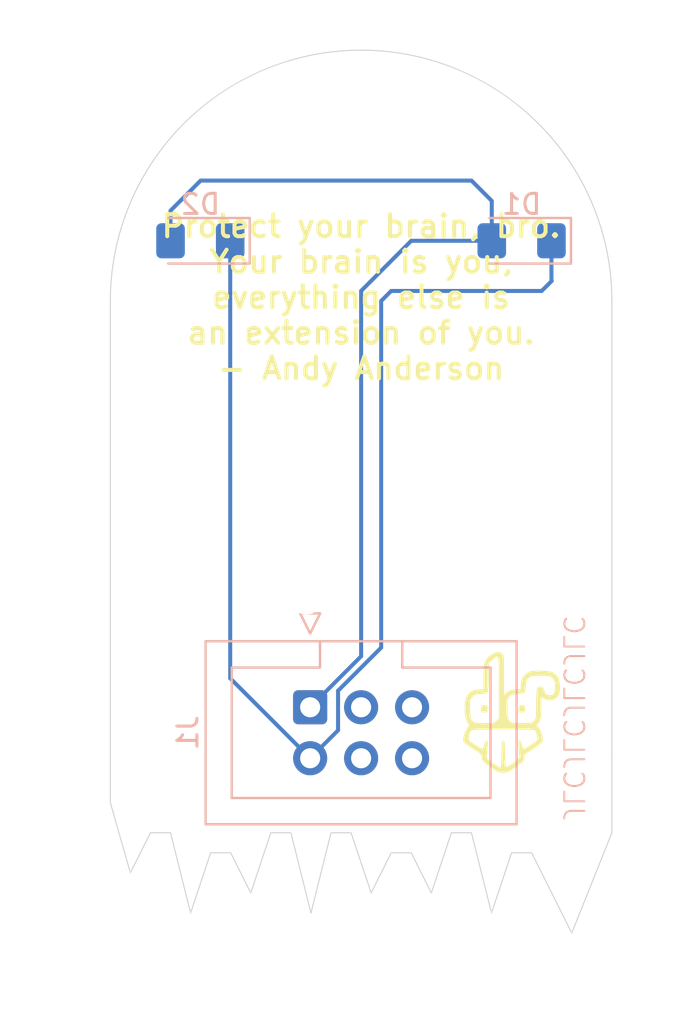
<source format=kicad_pcb>
(kicad_pcb (version 20240108) (generator "pcbnew") (generator_version "8.0")
  (layers (0 "F.Cu" signal) (31 "B.Cu" signal) (34 "B.Paste" user) (35 "F.Paste" user) (36 "B.SilkS" user "B.Silkscreen") (37 "F.SilkS" user "F.Silkscreen") (38 "B.Mask" user) (39 "F.Mask" user) (44 "Edge.Cuts" user))
  (net 0 "")
  (net 5 "GND")
  (net 6 "VCC")
  (footprint "davedarko:davedarko_logo_silk_outline" (layer "F.Cu") (at 20 33)
    (property "Reference" "Ref**" (hide yes))
    (property "Value" "Val**" (hide yes))
    (fp_poly (pts (xy 0.601261 -0.354649) (xy 0.646236 -0.323337) (xy 0.664104 -0.242256) (xy 0.669184 -0.179917) (xy 0.682201 0) (xy 0.333798 0) (xy 0.346816 -0.179917) (xy 0.359246 -0.292707) (xy 0.388785 -0.344569) (xy 0.456612 -0.359142) (xy 0.508 -0.359833) (xy 0.601261 -0.354649)) (stroke (width 0.01)) (fill solid) (layer "F.SilkS"))
    (fp_poly (pts (xy -1.225178 -0.332348) (xy -1.156659 -0.252074) (xy -1.156377 -0.122284) (xy -1.15874 -0.112386) (xy -1.188279 -0.039258) (xy -1.246032 -0.007096) (xy -1.357907 0) (xy -1.528868 0) (xy -1.515851 -0.179917) (xy -1.5033 -0.292747) (xy -1.473815 -0.344621) (xy -1.40683 -0.359168) (xy -1.359281 -0.359833) (xy -1.225178 -0.332348)) (stroke (width 0.01)) (fill solid) (layer "F.SilkS"))
    (fp_poly (pts (xy -0.475086 -2.939766) (xy -0.445363 -2.916631) (xy -0.422667 -2.88707) (xy -0.406052 -2.840351) (xy -0.394569 -2.765739) (xy -0.387271 -2.652501) (xy -0.38321 -2.489903) (xy -0.381439 -2.267211) (xy -0.381009 -1.973692) (xy -0.381 -1.874054) (xy -0.381 -0.874242) (xy -0.28575 -0.960997) (xy -0.145494 -1.067104) (xy 0.001808 -1.123629) (xy 0.190337 -1.142633) (xy 0.23005 -1.143) (xy 0.465667 -1.143) (xy 0.465667 -1.356353) (xy 0.498547 -1.609061) (xy 0.595652 -1.810391) (xy 0.754683 -1.956317) (xy 0.831739 -1.996788) (xy 0.931201 -2.034914) (xy 1.035305 -2.058471) (xy 1.165749 -2.069737) (xy 1.344234 -2.070991) (xy 1.503448 -2.067306) (xy 1.746902 -2.055877) (xy 1.924691 -2.03342) (xy 2.055732 -1.992724) (xy 2.158939 -1.926575) (xy 2.253228 -1.827761) (xy 2.304367 -1.761943) (xy 2.361332 -1.636446) (xy 2.398118 -1.457813) (xy 2.413149 -1.255507) (xy 2.404846 -1.05899) (xy 2.371634 -0.897724) (xy 2.352992 -0.853419) (xy 2.234215 -0.708194) (xy 2.070257 -0.620883) (xy 1.882064 -0.596524) (xy 1.690582 -0.64016) (xy 1.61925 -0.67687) (xy 1.481667 -0.760756) (xy 1.481667 -0.252018) (xy 1.475347 0.035964) (xy 1.454557 0.25275) (xy 1.416544 0.410994) (xy 1.358558 0.523353) (xy 1.29959 0.585718) (xy 1.259512 0.630769) (xy 1.274614 0.676049) (xy 1.333557 0.733885) (xy 1.402547 0.82818) (xy 1.46647 0.969736) (xy 1.518061 1.132461) (xy 1.550055 1.290265) (xy 1.555188 1.417058) (xy 1.539303 1.47277) (xy 1.485455 1.526718) (xy 1.378891 1.612487) (xy 1.238537 1.716776) (xy 1.083319 1.826284) (xy 0.932161 1.927709) (xy 0.80399 2.007751) (xy 0.717731 2.053109) (xy 0.709083 2.056259) (xy 0.654904 2.104812) (xy 0.635364 2.214256) (xy 0.635 2.23914) (xy 0.629878 2.321185) (xy 0.607386 2.391534) (xy 0.556833 2.461829) (xy 0.467528 2.543715) (xy 0.328781 2.648834) (xy 0.130944 2.788106) (xy -0.026076 2.893794) (xy -0.140584 2.958454) (xy -0.2377 2.991994) (xy -0.342543 3.004325) (xy -0.420514 3.005667) (xy -0.538351 3.001763) (xy -0.634427 2.983701) (xy -0.732197 2.941956) (xy -0.855121 2.867001) (xy -0.991631 2.773732) (xy -1.185839 2.637081) (xy -1.320675 2.536109) (xy -1.406996 2.459206) (xy -1.455661 2.394761) (xy -1.477526 2.331165) (xy -1.483451 2.256809) (xy -1.483593 2.247689) (xy -1.488945 2.173968) (xy -1.51198 2.115441) (xy -1.566433 2.057582) (xy -1.666041 1.985864) (xy -1.824539 1.885761) (xy -1.827654 1.883833) (xy -2.060021 1.736221) (xy -2.226072 1.620616) (xy -2.334469 1.5297) (xy -2.393874 1.456151) (xy -2.412949 1.39265) (xy -2.413 1.389169) (xy -2.405966 1.335566) (xy -2.144521 1.335566) (xy -2.117813 1.387107) (xy -2.049135 1.450543) (xy -1.926429 1.538244) (xy -1.831941 1.601046) (xy -1.681921 1.696492) (xy -1.556096 1.770927) (xy -1.4726 1.813895) (xy -1.451685 1.820333) (xy -1.41651 1.782866) (xy -1.376731 1.686913) (xy -1.354667 1.608667) (xy -1.311542 1.475189) (xy -1.264092 1.404383) (xy -1.244611 1.397) (xy -1.210653 1.414362) (xy -1.192425 1.473715) (xy -1.189477 1.585957) (xy -1.201361 1.761989) (xy -1.221498 1.958334) (xy -1.234037 2.10886) (xy -1.236163 2.226849) (xy -1.227605 2.2861) (xy -1.178122 2.334936) (xy -1.079667 2.412924) (xy -0.952385 2.506022) (xy -0.816421 2.600189) (xy -0.691919 2.681384) (xy -0.599027 2.735565) (xy -0.561992 2.750036) (xy -0.540569 2.726224) (xy -0.524146 2.647911) (xy -0.511956 2.507063) (xy -0.503232 2.295647) (xy -0.498492 2.085453) (xy -0.49307 1.831217) (xy -0.48614 1.649514) (xy -0.476238 1.528207) (xy -0.461903 1.455162) (xy -0.441672 1.418245) (xy -0.416594 1.405756) (xy -0.389608 1.408584) (xy -0.369856 1.436875) (xy -0.355782 1.50241) (xy -0.345832 1.616973) (xy -0.33845 1.792347) (xy -0.332083 2.040316) (xy -0.331928 2.047352) (xy -0.325152 2.274872) (xy -0.315944 2.471932) (xy -0.30528 2.623256) (xy -0.294137 2.713567) (xy -0.288179 2.731676) (xy -0.243534 2.721293) (xy -0.146824 2.669815) (xy -0.014115 2.586409) (xy 0.083813 2.519435) (xy 0.257136 2.391098) (xy 0.362403 2.297245) (xy 0.405887 2.231816) (xy 0.406428 2.207891) (xy 0.394147 2.13537) (xy 0.378745 2.002596) (xy 0.362912 1.833783) (xy 0.357513 1.767417) (xy 0.345433 1.58765) (xy 0.344371 1.476514) (xy 0.355845 1.418503) (xy 0.381374 1.398116) (xy 0.393796 1.397) (xy 0.449939 1.435782) (xy 0.488863 1.534583) (xy 0.522895 1.686404) (xy 0.555523 1.778881) (xy 0.601591 1.814887) (xy 0.675947 1.797301) (xy 0.793434 1.728997) (xy 0.951748 1.624256) (xy 1.102351 1.520201) (xy 1.222093 1.430181) (xy 1.29596 1.36592) (xy 1.312333 1.34264) (xy 1.298528 1.258552) (xy 1.264773 1.13525) (xy 1.222557 1.0092) (xy 1.18337 0.916868) (xy 1.172738 0.899583) (xy 1.141991 0.884948) (xy 1.069748 0.87305) (xy 0.949448 0.863669) (xy 0.774531 0.856583) (xy 0.538439 0.851571) (xy 0.234611 0.848414) (xy -0.143512 0.846889) (xy -0.399259 0.846667) (xy -0.814844 0.846822) (xy -1.153849 0.847995) (xy -1.42436 0.851249) (xy -1.634463 0.857647) (xy -1.792245 0.868252) (xy -1.905792 0.884125) (xy -1.98319 0.906329) (xy -2.032526 0.935927) (xy -2.061886 0.973982) (xy -2.079356 1.021556) (xy -2.090594 1.068917) (xy -2.120049 1.196027) (xy -2.141312 1.283546) (xy -2.144521 1.335566) (xy -2.405966 1.335566) (xy -2.394963 1.251718) (xy -2.348485 1.08382) (xy -2.285019 0.917354) (xy -2.216018 0.784198) (xy -2.177876 0.734694) (xy -2.118782 0.656718) (xy -2.122806 0.610069) (xy -2.123808 0.60942) (xy -2.201355 0.518219) (xy -2.262455 0.362718) (xy -2.305635 0.161946) (xy -2.329422 -0.065066) (xy -2.331277 -0.213755) (xy -2.074333 -0.213755) (xy -2.068176 0.058577) (xy -2.042294 0.257951) (xy -1.985573 0.395159) (xy -1.886897 0.480993) (xy -1.735152 0.526243) (xy -1.519223 0.541702) (xy -1.297999 0.539995) (xy -1.094849 0.534202) (xy -0.958032 0.525441) (xy -0.869224 0.509479) (xy -0.810101 0.482083) (xy -0.762339 0.439017) (xy -0.737082 0.410389) (xy -0.635 0.291612) (xy -0.635 -0.197559) (xy -0.211667 -0.197559) (xy -0.206612 0.06789) (xy -0.18395 0.262121) (xy -0.132434 0.395802) (xy -0.040818 0.479603) (xy 0.102146 0.524193) (xy 0.307704 0.540242) (xy 0.564668 0.538908) (xy 0.767767 0.533612) (xy 0.904525 0.525216) (xy 0.99326 0.509524) (xy 1.052289 0.482338) (xy 1.099932 0.439461) (xy 1.125585 0.410389) (xy 1.163319 0.363082) (xy 1.190387 0.313309) (xy 1.208559 0.246899) (xy 1.219604 0.149682) (xy 1.225289 0.007489) (xy 1.227385 -0.193851) (xy 1.227667 -0.407311) (xy 1.23008 -0.647067) (xy 1.236751 -0.861021) (xy 1.246827 -1.033105) (xy 1.259457 -1.147253) (xy 1.268824 -1.183136) (xy 1.352004 -1.274289) (xy 1.450582 -1.294174) (xy 1.544748 -1.248519) (xy 1.614689 -1.143055) (xy 1.632938 -1.077839) (xy 1.689821 -0.938) (xy 1.799227 -0.863118) (xy 1.92036 -0.846667) (xy 2.032978 -0.866917) (xy 2.106152 -0.935105) (xy 2.146078 -1.062384) (xy 2.158952 -1.25991) (xy 2.159 -1.27628) (xy 2.155761 -1.437695) (xy 2.140649 -1.542021) (xy 2.105569 -1.616753) (xy 2.042426 -1.689383) (xy 2.035256 -1.69659) (xy 1.977954 -1.750721) (xy 1.923077 -1.786195) (xy 1.851856 -1.806953) (xy 1.745522 -1.816936) (xy 1.585302 -1.820085) (xy 1.445838 -1.820333) (xy 1.238453 -1.818985) (xy 1.096621 -1.812685) (xy 1.001243 -1.798054) (xy 0.933218 -1.771712) (xy 0.873447 -1.730278) (xy 0.85613 -1.715967) (xy 0.788764 -1.649636) (xy 0.747092 -1.573838) (xy 0.721479 -1.462782) (xy 0.703925 -1.308479) (xy 0.687584 -1.155263) (xy 0.671017 -1.03651) (xy 0.657614 -0.976236) (xy 0.656791 -0.974677) (xy 0.608474 -0.956957) (xy 0.497492 -0.937612) (xy 0.345686 -0.920257) (xy 0.308331 -0.917012) (xy 0.133097 -0.898997) (xy 0.019143 -0.874973) (xy -0.056905 -0.837471) (xy -0.116417 -0.78132) (xy -0.158331 -0.726225) (xy -0.185822 -0.663139) (xy -0.201877 -0.573756) (xy -0.209484 -0.439768) (xy -0.21163 -0.242867) (xy -0.211667 -0.197559) (xy -0.635 -0.197559) (xy -0.635 -1.230027) (xy -0.63508 -1.628653) (xy -0.635641 -1.950765) (xy -0.637162 -2.204518) (xy -0.640125 -2.398064) (xy -0.645009 -2.539556) (xy -0.652295 -2.637149) (xy -0.662464 -2.698995) (xy -0.675995 -2.733249) (xy -0.693369 -2.748062) (xy -0.715066 -2.75159) (xy -0.724647 -2.751667) (xy -0.803767 -2.722989) (xy -0.909835 -2.649438) (xy -0.978647 -2.587314) (xy -1.143 -2.422961) (xy -1.143 -1.785736) (xy -1.145519 -1.553938) (xy -1.152448 -1.34547) (xy -1.162848 -1.178227) (xy -1.175778 -1.070104) (xy -1.18184 -1.046356) (xy -1.210781 -0.992473) (xy -1.260699 -0.958527) (xy -1.351889 -0.937087) (xy -1.504644 -0.920725) (xy -1.53109 -0.9185) (xy -1.698488 -0.901042) (xy -1.80741 -0.876327) (xy -1.884014 -0.834841) (xy -1.95446 -0.767066) (xy -1.957917 -0.763232) (xy -2.011388 -0.698625) (xy -2.045366 -0.634946) (xy -2.06425 -0.55144) (xy -2.072436 -0.427352) (xy -2.074322 -0.241926) (xy -2.074333 -0.213755) (xy -2.331277 -0.213755) (xy -2.332345 -0.299287) (xy -2.312929 -0.521687) (xy -2.269704 -0.713236) (xy -2.233083 -0.802815) (xy -2.102551 -0.981326) (xy -1.92551 -1.09279) (xy -1.69589 -1.140573) (xy -1.619911 -1.143) (xy -1.397 -1.143) (xy -1.397 -1.754078) (xy -1.39451 -2.033696) (xy -1.384655 -2.244499) (xy -1.363856 -2.402255) (xy -1.328534 -2.52273) (xy -1.275111 -2.621692) (xy -1.200007 -2.714908) (xy -1.172154 -2.744695) (xy -0.982941 -2.905032) (xy -0.796668 -2.991133) (xy -0.621151 -3.000809) (xy -0.475086 -2.939766)) (stroke (width 0.01)) (fill solid) (layer "F.SilkS"))
  )
  (footprint "SAOAO:fingerboard_trucks" (layer "F.Cu") (at 12.5 23.5)
    (property "Reference" "H1" (hide yes))
    (property "Value" "MountingHole")
    (pad "" np_thru_hole circle (at -2.75 -3.75) (size 1.75 1.75) (drill 1.75) (layers "F&B.Cu" "*.Mask"))
    (pad "" np_thru_hole circle (at -2.75 3.75) (size 1.75 1.75) (drill 1.75) (layers "F&B.Cu" "*.Mask"))
    (pad "" np_thru_hole circle (at 2.75 -3.75) (size 1.75 1.75) (drill 1.75) (layers "F&B.Cu" "*.Mask"))
    (pad "" np_thru_hole circle (at 2.75 3.75) (size 1.75 1.75) (drill 1.75) (layers "F&B.Cu" "*.Mask"))
  )
  (footprint "LED_SMD:LED_1206_3216Metric_Pad1.42x1.75mm_HandSolder" (layer "B.Cu") (at 20.5 9.5 180)
    (property "Reference" "D1" (at 0 1.82 0) (layer "B.SilkS") (effects (justify mirror)))
    (property "Value" "LED")
    (fp_line (start 1.6 -1.135) (end -2.46 -1.135) (stroke (width 0.12)) (layer "B.SilkS"))
    (fp_line (start -2.46 1.135) (end 1.6 1.135) (stroke (width 0.12)) (layer "B.SilkS"))
    (fp_line (start -2.46 -1.135) (end -2.46 1.135) (stroke (width 0.12)) (layer "B.SilkS"))
    (pad "1" smd roundrect (at -1.4875 0 180) (size 1.425 1.75) (layers "B.Cu" "B.Paste" "B.Mask") (roundrect_rratio 0.175439) (net 5 "GND"))
    (pad "2" smd roundrect (at 1.4875 0 180) (size 1.425 1.75) (layers "B.Cu" "B.Paste" "B.Mask") (roundrect_rratio 0.175439) (net 6 "VCC"))
  )
  (footprint "LED_SMD:LED_1206_3216Metric_Pad1.42x1.75mm_HandSolder" (layer "B.Cu") (at 4.4875 9.5 180)
    (property "Reference" "D2" (at 0 1.82 0) (layer "B.SilkS") (effects (justify mirror)))
    (property "Value" "LED")
    (fp_line (start 1.6 -1.135) (end -2.46 -1.135) (stroke (width 0.12)) (layer "B.SilkS"))
    (fp_line (start -2.46 1.135) (end 1.6 1.135) (stroke (width 0.12)) (layer "B.SilkS"))
    (fp_line (start -2.46 -1.135) (end -2.46 1.135) (stroke (width 0.12)) (layer "B.SilkS"))
    (pad "1" smd roundrect (at -1.4875 0 180) (size 1.425 1.75) (layers "B.Cu" "B.Paste" "B.Mask") (roundrect_rratio 0.175439) (net 5 "GND"))
    (pad "2" smd roundrect (at 1.4875 0 180) (size 1.425 1.75) (layers "B.Cu" "B.Paste" "B.Mask") (roundrect_rratio 0.175439) (net 6 "VCC"))
  )
  (footprint "Connector_IDC:IDC-Header_2x03_P2.54mm_Vertical" (layer "B.Cu") (at 9.96 32.7475 -90)
    (property "Reference" "J1" (at 1.27 6.1 90) (layer "B.SilkS") (effects (justify mirror)))
    (property "Value" "Conn_02x03_Odd_Even")
    (fp_line (start -3.29 5.21) (end -3.29 -10.29) (stroke (width 0.12)) (layer "B.SilkS"))
    (fp_line (start 5.83 5.21) (end -3.29 5.21) (stroke (width 0.12)) (layer "B.SilkS"))
    (fp_line (start -1.98 3.91) (end -1.98 -0.49) (stroke (width 0.12)) (layer "B.SilkS"))
    (fp_line (start 4.52 3.91) (end -1.98 3.91) (stroke (width 0.12)) (layer "B.SilkS"))
    (fp_line (start -4.68 0.5) (end -3.68 0) (stroke (width 0.12)) (layer "B.SilkS"))
    (fp_line (start -3.68 0) (end -4.68 -0.5) (stroke (width 0.12)) (layer "B.SilkS"))
    (fp_line (start -1.98 -0.49) (end -3.29 -0.49) (stroke (width 0.12)) (layer "B.SilkS"))
    (fp_line (start -4.68 -0.5) (end -4.68 0.5) (stroke (width 0.12)) (layer "B.SilkS"))
    (fp_line (start -3.29 -4.59) (end -1.98 -4.59) (stroke (width 0.12)) (layer "B.SilkS"))
    (fp_line (start -1.98 -4.59) (end -1.98 -4.59) (stroke (width 0.12)) (layer "B.SilkS"))
    (fp_line (start -1.98 -4.59) (end -1.98 -8.99) (stroke (width 0.12)) (layer "B.SilkS"))
    (fp_line (start -1.98 -8.99) (end 4.52 -8.99) (stroke (width 0.12)) (layer "B.SilkS"))
    (fp_line (start 4.52 -8.99) (end 4.52 3.91) (stroke (width 0.12)) (layer "B.SilkS"))
    (fp_line (start -3.29 -10.29) (end 5.83 -10.29) (stroke (width 0.12)) (layer "B.SilkS"))
    (fp_line (start 5.83 -10.29) (end 5.83 5.21) (stroke (width 0.12)) (layer "B.SilkS"))
    (pad "1" thru_hole roundrect (at 0 0 270) (size 1.7 1.7) (drill 1) (layers "*.Cu" "*.Mask") (roundrect_rratio 0.147059) (net 6 "VCC"))
    (pad "2" thru_hole circle (at 2.54 0 270) (size 1.7 1.7) (drill 1) (layers "*.Cu" "*.Mask") (net 5 "GND"))
    (pad "3" thru_hole circle (at 0 -2.54 270) (size 1.7 1.7) (drill 1) (layers "*.Cu" "*.Mask"))
    (pad "4" thru_hole circle (at 2.54 -2.54 270) (size 1.7 1.7) (drill 1) (layers "*.Cu" "*.Mask"))
    (pad "5" thru_hole circle (at 0 -5.08 270) (size 1.7 1.7) (drill 1) (layers "*.Cu" "*.Mask"))
    (pad "6" thru_hole circle (at 2.54 -5.08 270) (size 1.7 1.7) (drill 1) (layers "*.Cu" "*.Mask"))
  )
  (gr_line (start 5 40) (end 6 40) (stroke (width 0.05)) (layer "Edge.Cuts"))
  (gr_line (start 1 41) (end 2 39) (stroke (width 0.05)) (layer "Edge.Cuts"))
  (gr_line (start 13 42) (end 14 40) (stroke (width 0.05)) (layer "Edge.Cuts"))
  (gr_line (start 16 42) (end 17 39) (stroke (width 0.05)) (layer "Edge.Cuts"))
  (gr_line (start 2 39) (end 3 39) (stroke (width 0.05)) (layer "Edge.Cuts"))
  (gr_line (start 6 40) (end 7 42) (stroke (width 0.05)) (layer "Edge.Cuts"))
  (gr_line (start 25 35) (end 25 12.5) (stroke (width 0.05)) (layer "Edge.Cuts"))
  (gr_line (start 11 39) (end 12 39) (stroke (width 0.05)) (layer "Edge.Cuts"))
  (gr_line (start 20 40) (end 21 40) (stroke (width 0.05)) (layer "Edge.Cuts"))
  (gr_line (start 23 44) (end 25 39) (stroke (width 0.05)) (layer "Edge.Cuts"))
  (gr_line (start 3 39) (end 4 43) (stroke (width 0.05)) (layer "Edge.Cuts"))
  (gr_line (start 19 43) (end 20 40) (stroke (width 0.05)) (layer "Edge.Cuts"))
  (gr_line (start 17 39) (end 18 39) (stroke (width 0.05)) (layer "Edge.Cuts"))
  (gr_line (start 25 39) (end 25 35) (stroke (width 0.05)) (layer "Edge.Cuts"))
  (gr_line (start 0 12.5) (end 0 37.5) (stroke (width 0.05)) (layer "Edge.Cuts"))
  (gr_arc (start 0 12.5) (mid 12.5 0) (end 25 12.5) (stroke (width 0.05)) (layer "Edge.Cuts"))
  (gr_line (start 7 42) (end 8 39) (stroke (width 0.05)) (layer "Edge.Cuts"))
  (gr_line (start 8 39) (end 9 39) (stroke (width 0.05)) (layer "Edge.Cuts"))
  (gr_line (start 10 43) (end 11 39) (stroke (width 0.05)) (layer "Edge.Cuts"))
  (gr_line (start 18 39) (end 19 43) (stroke (width 0.05)) (layer "Edge.Cuts"))
  (gr_line (start 21 40) (end 23 44) (stroke (width 0.05)) (layer "Edge.Cuts"))
  (gr_line (start 4 43) (end 5 40) (stroke (width 0.05)) (layer "Edge.Cuts"))
  (gr_line (start 0 37.5) (end 1 41) (stroke (width 0.05)) (layer "Edge.Cuts"))
  (gr_line (start 15 40) (end 16 42) (stroke (width 0.05)) (layer "Edge.Cuts"))
  (gr_line (start 9 39) (end 10 43) (stroke (width 0.05)) (layer "Edge.Cuts"))
  (gr_line (start 14 40) (end 15 40) (stroke (width 0.05)) (layer "Edge.Cuts"))
  (gr_line (start 12 39) (end 13 42) (stroke (width 0.05)) (layer "Edge.Cuts"))
  (gr_text "JLCJLCJLCJLC" (at 22.5 38.5 -90) (layer "B.SilkS") (effects (font (size 1 1) (thickness 0.1)) (justify left bottom mirror)))
  (gr_text "Protect your brain, bro.\nYour brain is you,\neverything else is\nan extension of you.\n- Andy Anderson" (at 12.5 16.5 0) (layer "F.SilkS") (effects (font (size 1.1 1.1) (thickness 0.2)) (justify bottom)))
  (segment (start 14 12) (end 21.5 12) (width 0.2) (layer "B.Cu") (net 5))
  (segment (start 21.9875 11.4875) (end 21.9875 9.5) (width 0.2) (layer "B.Cu") (net 5))
  (segment (start 13.5 29.773186) (end 13.5 12.5) (width 0.2) (layer "B.Cu") (net 5))
  (segment (start 21.5 12) (end 22 11.5) (width 0.2) (layer "B.Cu") (net 5))
  (segment (start 11.35 31.923186) (end 13.5 29.773186) (width 0.2) (layer "B.Cu") (net 5))
  (segment (start 9.96 35.2875) (end 5.975 31.3025) (width 0.2) (layer "B.Cu") (net 5))
  (segment (start 22 11.5) (end 21.9875 11.4875) (width 0.2) (layer "B.Cu") (net 5))
  (segment (start 13.5 12.5) (end 14 12) (width 0.2) (layer "B.Cu") (net 5))
  (segment (start 5.975 31.3025) (end 5.975 9.5) (width 0.2) (layer "B.Cu") (net 5))
  (segment (start 11.35 33.8975) (end 11.35 31.923186) (width 0.2) (layer "B.Cu") (net 5))
  (segment (start 9.96 35.2875) (end 11.35 33.8975) (width 0.2) (layer "B.Cu") (net 5))
  (segment (start 4.5 6.5) (end 3 8) (width 0.2) (layer "B.Cu") (net 6))
  (segment (start 3 8) (end 3 9.5) (width 0.2) (layer "B.Cu") (net 6))
  (segment (start 9.96 32.7475) (end 12.5 30.2075) (width 0.2) (layer "B.Cu") (net 6))
  (segment (start 19.0125 7.5125) (end 18 6.5) (width 0.2) (layer "B.Cu") (net 6))
  (segment (start 12.5 12) (end 15 9.5) (width 0.2) (layer "B.Cu") (net 6))
  (segment (start 19.0125 9.5) (end 19.0125 7.5125) (width 0.2) (layer "B.Cu") (net 6))
  (segment (start 15 9.5) (end 19.0125 9.5) (width 0.2) (layer "B.Cu") (net 6))
  (segment (start 12.5 30.2075) (end 12.5 12) (width 0.2) (layer "B.Cu") (net 6))
  (segment (start 18 6.5) (end 4.5 6.5) (width 0.2) (layer "B.Cu") (net 6))
)
</source>
